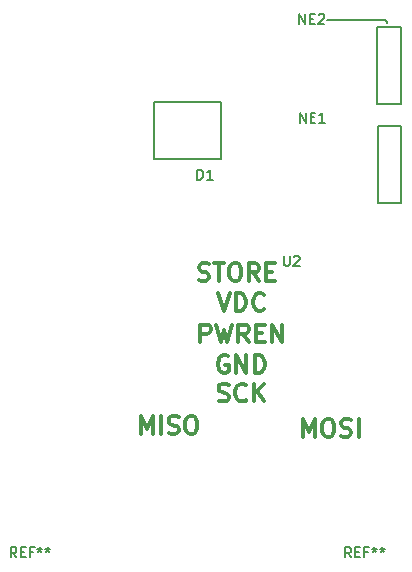
<source format=gto>
%TF.GenerationSoftware,KiCad,Pcbnew,4.0.7*%
%TF.CreationDate,2017-11-16T21:01:15+08:00*%
%TF.ProjectId,finalRoundNixie,66696E616C526F756E644E697869652E,rev?*%
%TF.FileFunction,Legend,Top*%
%FSLAX46Y46*%
G04 Gerber Fmt 4.6, Leading zero omitted, Abs format (unit mm)*
G04 Created by KiCad (PCBNEW 4.0.7) date 11/16/17 21:01:15*
%MOMM*%
%LPD*%
G01*
G04 APERTURE LIST*
%ADD10C,0.100000*%
%ADD11C,0.300000*%
%ADD12C,0.200000*%
%ADD13C,0.150000*%
%ADD14C,0.153000*%
G04 APERTURE END LIST*
D10*
D11*
X14142857Y-46628571D02*
X14142857Y-45128571D01*
X14642857Y-46200000D01*
X15142857Y-45128571D01*
X15142857Y-46628571D01*
X15857143Y-46628571D02*
X15857143Y-45128571D01*
X16500000Y-46557143D02*
X16714286Y-46628571D01*
X17071429Y-46628571D01*
X17214286Y-46557143D01*
X17285715Y-46485714D01*
X17357143Y-46342857D01*
X17357143Y-46200000D01*
X17285715Y-46057143D01*
X17214286Y-45985714D01*
X17071429Y-45914286D01*
X16785715Y-45842857D01*
X16642857Y-45771429D01*
X16571429Y-45700000D01*
X16500000Y-45557143D01*
X16500000Y-45414286D01*
X16571429Y-45271429D01*
X16642857Y-45200000D01*
X16785715Y-45128571D01*
X17142857Y-45128571D01*
X17357143Y-45200000D01*
X18285714Y-45128571D02*
X18571428Y-45128571D01*
X18714286Y-45200000D01*
X18857143Y-45342857D01*
X18928571Y-45628571D01*
X18928571Y-46128571D01*
X18857143Y-46414286D01*
X18714286Y-46557143D01*
X18571428Y-46628571D01*
X18285714Y-46628571D01*
X18142857Y-46557143D01*
X18000000Y-46414286D01*
X17928571Y-46128571D01*
X17928571Y-45628571D01*
X18000000Y-45342857D01*
X18142857Y-45200000D01*
X18285714Y-45128571D01*
X27872857Y-46868571D02*
X27872857Y-45368571D01*
X28372857Y-46440000D01*
X28872857Y-45368571D01*
X28872857Y-46868571D01*
X29872857Y-45368571D02*
X30158571Y-45368571D01*
X30301429Y-45440000D01*
X30444286Y-45582857D01*
X30515714Y-45868571D01*
X30515714Y-46368571D01*
X30444286Y-46654286D01*
X30301429Y-46797143D01*
X30158571Y-46868571D01*
X29872857Y-46868571D01*
X29730000Y-46797143D01*
X29587143Y-46654286D01*
X29515714Y-46368571D01*
X29515714Y-45868571D01*
X29587143Y-45582857D01*
X29730000Y-45440000D01*
X29872857Y-45368571D01*
X31087143Y-46797143D02*
X31301429Y-46868571D01*
X31658572Y-46868571D01*
X31801429Y-46797143D01*
X31872858Y-46725714D01*
X31944286Y-46582857D01*
X31944286Y-46440000D01*
X31872858Y-46297143D01*
X31801429Y-46225714D01*
X31658572Y-46154286D01*
X31372858Y-46082857D01*
X31230000Y-46011429D01*
X31158572Y-45940000D01*
X31087143Y-45797143D01*
X31087143Y-45654286D01*
X31158572Y-45511429D01*
X31230000Y-45440000D01*
X31372858Y-45368571D01*
X31730000Y-45368571D01*
X31944286Y-45440000D01*
X32587143Y-46868571D02*
X32587143Y-45368571D01*
X20731429Y-43807143D02*
X20945715Y-43878571D01*
X21302858Y-43878571D01*
X21445715Y-43807143D01*
X21517144Y-43735714D01*
X21588572Y-43592857D01*
X21588572Y-43450000D01*
X21517144Y-43307143D01*
X21445715Y-43235714D01*
X21302858Y-43164286D01*
X21017144Y-43092857D01*
X20874286Y-43021429D01*
X20802858Y-42950000D01*
X20731429Y-42807143D01*
X20731429Y-42664286D01*
X20802858Y-42521429D01*
X20874286Y-42450000D01*
X21017144Y-42378571D01*
X21374286Y-42378571D01*
X21588572Y-42450000D01*
X23088572Y-43735714D02*
X23017143Y-43807143D01*
X22802857Y-43878571D01*
X22660000Y-43878571D01*
X22445715Y-43807143D01*
X22302857Y-43664286D01*
X22231429Y-43521429D01*
X22160000Y-43235714D01*
X22160000Y-43021429D01*
X22231429Y-42735714D01*
X22302857Y-42592857D01*
X22445715Y-42450000D01*
X22660000Y-42378571D01*
X22802857Y-42378571D01*
X23017143Y-42450000D01*
X23088572Y-42521429D01*
X23731429Y-43878571D02*
X23731429Y-42378571D01*
X24588572Y-43878571D02*
X23945715Y-43021429D01*
X24588572Y-42378571D02*
X23731429Y-43235714D01*
X21517143Y-40040000D02*
X21374286Y-39968571D01*
X21160000Y-39968571D01*
X20945715Y-40040000D01*
X20802857Y-40182857D01*
X20731429Y-40325714D01*
X20660000Y-40611429D01*
X20660000Y-40825714D01*
X20731429Y-41111429D01*
X20802857Y-41254286D01*
X20945715Y-41397143D01*
X21160000Y-41468571D01*
X21302857Y-41468571D01*
X21517143Y-41397143D01*
X21588572Y-41325714D01*
X21588572Y-40825714D01*
X21302857Y-40825714D01*
X22231429Y-41468571D02*
X22231429Y-39968571D01*
X23088572Y-41468571D01*
X23088572Y-39968571D01*
X23802858Y-41468571D02*
X23802858Y-39968571D01*
X24160001Y-39968571D01*
X24374286Y-40040000D01*
X24517144Y-40182857D01*
X24588572Y-40325714D01*
X24660001Y-40611429D01*
X24660001Y-40825714D01*
X24588572Y-41111429D01*
X24517144Y-41254286D01*
X24374286Y-41397143D01*
X24160001Y-41468571D01*
X23802858Y-41468571D01*
X19195714Y-38868571D02*
X19195714Y-37368571D01*
X19767142Y-37368571D01*
X19910000Y-37440000D01*
X19981428Y-37511429D01*
X20052857Y-37654286D01*
X20052857Y-37868571D01*
X19981428Y-38011429D01*
X19910000Y-38082857D01*
X19767142Y-38154286D01*
X19195714Y-38154286D01*
X20552857Y-37368571D02*
X20910000Y-38868571D01*
X21195714Y-37797143D01*
X21481428Y-38868571D01*
X21838571Y-37368571D01*
X23267143Y-38868571D02*
X22767143Y-38154286D01*
X22410000Y-38868571D02*
X22410000Y-37368571D01*
X22981428Y-37368571D01*
X23124286Y-37440000D01*
X23195714Y-37511429D01*
X23267143Y-37654286D01*
X23267143Y-37868571D01*
X23195714Y-38011429D01*
X23124286Y-38082857D01*
X22981428Y-38154286D01*
X22410000Y-38154286D01*
X23910000Y-38082857D02*
X24410000Y-38082857D01*
X24624286Y-38868571D02*
X23910000Y-38868571D01*
X23910000Y-37368571D01*
X24624286Y-37368571D01*
X25267143Y-38868571D02*
X25267143Y-37368571D01*
X26124286Y-38868571D01*
X26124286Y-37368571D01*
X20710000Y-34718571D02*
X21210000Y-36218571D01*
X21710000Y-34718571D01*
X22210000Y-36218571D02*
X22210000Y-34718571D01*
X22567143Y-34718571D01*
X22781428Y-34790000D01*
X22924286Y-34932857D01*
X22995714Y-35075714D01*
X23067143Y-35361429D01*
X23067143Y-35575714D01*
X22995714Y-35861429D01*
X22924286Y-36004286D01*
X22781428Y-36147143D01*
X22567143Y-36218571D01*
X22210000Y-36218571D01*
X24567143Y-36075714D02*
X24495714Y-36147143D01*
X24281428Y-36218571D01*
X24138571Y-36218571D01*
X23924286Y-36147143D01*
X23781428Y-36004286D01*
X23710000Y-35861429D01*
X23638571Y-35575714D01*
X23638571Y-35361429D01*
X23710000Y-35075714D01*
X23781428Y-34932857D01*
X23924286Y-34790000D01*
X24138571Y-34718571D01*
X24281428Y-34718571D01*
X24495714Y-34790000D01*
X24567143Y-34861429D01*
X19065714Y-33597143D02*
X19280000Y-33668571D01*
X19637143Y-33668571D01*
X19780000Y-33597143D01*
X19851429Y-33525714D01*
X19922857Y-33382857D01*
X19922857Y-33240000D01*
X19851429Y-33097143D01*
X19780000Y-33025714D01*
X19637143Y-32954286D01*
X19351429Y-32882857D01*
X19208571Y-32811429D01*
X19137143Y-32740000D01*
X19065714Y-32597143D01*
X19065714Y-32454286D01*
X19137143Y-32311429D01*
X19208571Y-32240000D01*
X19351429Y-32168571D01*
X19708571Y-32168571D01*
X19922857Y-32240000D01*
X20351428Y-32168571D02*
X21208571Y-32168571D01*
X20780000Y-33668571D02*
X20780000Y-32168571D01*
X21994285Y-32168571D02*
X22279999Y-32168571D01*
X22422857Y-32240000D01*
X22565714Y-32382857D01*
X22637142Y-32668571D01*
X22637142Y-33168571D01*
X22565714Y-33454286D01*
X22422857Y-33597143D01*
X22279999Y-33668571D01*
X21994285Y-33668571D01*
X21851428Y-33597143D01*
X21708571Y-33454286D01*
X21637142Y-33168571D01*
X21637142Y-32668571D01*
X21708571Y-32382857D01*
X21851428Y-32240000D01*
X21994285Y-32168571D01*
X24137143Y-33668571D02*
X23637143Y-32954286D01*
X23280000Y-33668571D02*
X23280000Y-32168571D01*
X23851428Y-32168571D01*
X23994286Y-32240000D01*
X24065714Y-32311429D01*
X24137143Y-32454286D01*
X24137143Y-32668571D01*
X24065714Y-32811429D01*
X23994286Y-32882857D01*
X23851428Y-32954286D01*
X23280000Y-32954286D01*
X24780000Y-32882857D02*
X25280000Y-32882857D01*
X25494286Y-33668571D02*
X24780000Y-33668571D01*
X24780000Y-32168571D01*
X25494286Y-32168571D01*
D12*
X34930000Y-11600000D02*
X35010000Y-11840000D01*
X29880000Y-11600000D02*
X34930000Y-11600000D01*
D13*
X20900000Y-23350000D02*
X20800000Y-23350000D01*
X15250000Y-18500000D02*
X15250000Y-18600000D01*
X20900000Y-18500000D02*
X15250000Y-18500000D01*
X20900000Y-23350000D02*
X20900000Y-23350000D01*
X15250000Y-23350000D02*
X20806510Y-23350000D01*
X15250000Y-18600000D02*
X15250000Y-23350000D01*
X20900000Y-23350000D02*
X20900000Y-18500000D01*
X36200000Y-27050000D02*
X36200000Y-20550000D01*
X34200000Y-27050000D02*
X36200000Y-27050000D01*
X34200000Y-20550000D02*
X34200000Y-27050000D01*
X36200000Y-20550000D02*
X34200000Y-20550000D01*
X36150000Y-18700000D02*
X36150000Y-12200000D01*
X34150000Y-18700000D02*
X36150000Y-18700000D01*
X34150000Y-12200000D02*
X34150000Y-18700000D01*
X36150000Y-12200000D02*
X34150000Y-12200000D01*
D14*
X3616667Y-57084524D02*
X3333334Y-56679762D01*
X3130953Y-57084524D02*
X3130953Y-56234524D01*
X3454762Y-56234524D01*
X3535715Y-56275000D01*
X3576191Y-56315476D01*
X3616667Y-56396429D01*
X3616667Y-56517857D01*
X3576191Y-56598810D01*
X3535715Y-56639286D01*
X3454762Y-56679762D01*
X3130953Y-56679762D01*
X3980953Y-56639286D02*
X4264286Y-56639286D01*
X4385715Y-57084524D02*
X3980953Y-57084524D01*
X3980953Y-56234524D01*
X4385715Y-56234524D01*
X5033334Y-56639286D02*
X4750001Y-56639286D01*
X4750001Y-57084524D02*
X4750001Y-56234524D01*
X5154763Y-56234524D01*
X5600001Y-56234524D02*
X5600001Y-56436905D01*
X5397620Y-56355952D02*
X5600001Y-56436905D01*
X5802381Y-56355952D01*
X5478572Y-56598810D02*
X5600001Y-56436905D01*
X5721429Y-56598810D01*
X6247620Y-56234524D02*
X6247620Y-56436905D01*
X6045239Y-56355952D02*
X6247620Y-56436905D01*
X6450000Y-56355952D01*
X6126191Y-56598810D02*
X6247620Y-56436905D01*
X6369048Y-56598810D01*
X31946667Y-57084524D02*
X31663334Y-56679762D01*
X31460953Y-57084524D02*
X31460953Y-56234524D01*
X31784762Y-56234524D01*
X31865715Y-56275000D01*
X31906191Y-56315476D01*
X31946667Y-56396429D01*
X31946667Y-56517857D01*
X31906191Y-56598810D01*
X31865715Y-56639286D01*
X31784762Y-56679762D01*
X31460953Y-56679762D01*
X32310953Y-56639286D02*
X32594286Y-56639286D01*
X32715715Y-57084524D02*
X32310953Y-57084524D01*
X32310953Y-56234524D01*
X32715715Y-56234524D01*
X33363334Y-56639286D02*
X33080001Y-56639286D01*
X33080001Y-57084524D02*
X33080001Y-56234524D01*
X33484763Y-56234524D01*
X33930001Y-56234524D02*
X33930001Y-56436905D01*
X33727620Y-56355952D02*
X33930001Y-56436905D01*
X34132381Y-56355952D01*
X33808572Y-56598810D02*
X33930001Y-56436905D01*
X34051429Y-56598810D01*
X34577620Y-56234524D02*
X34577620Y-56436905D01*
X34375239Y-56355952D02*
X34577620Y-56436905D01*
X34780000Y-56355952D01*
X34456191Y-56598810D02*
X34577620Y-56436905D01*
X34699048Y-56598810D01*
X26252381Y-31534524D02*
X26252381Y-32222619D01*
X26292857Y-32303571D01*
X26333333Y-32344048D01*
X26414286Y-32384524D01*
X26576190Y-32384524D01*
X26657143Y-32344048D01*
X26697619Y-32303571D01*
X26738095Y-32222619D01*
X26738095Y-31534524D01*
X27102381Y-31615476D02*
X27142857Y-31575000D01*
X27223809Y-31534524D01*
X27426190Y-31534524D01*
X27507143Y-31575000D01*
X27547619Y-31615476D01*
X27588095Y-31696429D01*
X27588095Y-31777381D01*
X27547619Y-31898810D01*
X27061905Y-32384524D01*
X27588095Y-32384524D01*
X18942619Y-25094524D02*
X18942619Y-24244524D01*
X19145000Y-24244524D01*
X19266428Y-24285000D01*
X19347381Y-24365952D01*
X19387857Y-24446905D01*
X19428333Y-24608810D01*
X19428333Y-24730238D01*
X19387857Y-24892143D01*
X19347381Y-24973095D01*
X19266428Y-25054048D01*
X19145000Y-25094524D01*
X18942619Y-25094524D01*
X20237857Y-25094524D02*
X19752143Y-25094524D01*
X19995000Y-25094524D02*
X19995000Y-24244524D01*
X19914048Y-24365952D01*
X19833095Y-24446905D01*
X19752143Y-24487381D01*
X27627857Y-20264524D02*
X27627857Y-19414524D01*
X28113571Y-20264524D01*
X28113571Y-19414524D01*
X28518333Y-19819286D02*
X28801666Y-19819286D01*
X28923095Y-20264524D02*
X28518333Y-20264524D01*
X28518333Y-19414524D01*
X28923095Y-19414524D01*
X29732619Y-20264524D02*
X29246905Y-20264524D01*
X29489762Y-20264524D02*
X29489762Y-19414524D01*
X29408810Y-19535952D01*
X29327857Y-19616905D01*
X29246905Y-19657381D01*
X27577857Y-11914524D02*
X27577857Y-11064524D01*
X28063571Y-11914524D01*
X28063571Y-11064524D01*
X28468333Y-11469286D02*
X28751666Y-11469286D01*
X28873095Y-11914524D02*
X28468333Y-11914524D01*
X28468333Y-11064524D01*
X28873095Y-11064524D01*
X29196905Y-11145476D02*
X29237381Y-11105000D01*
X29318333Y-11064524D01*
X29520714Y-11064524D01*
X29601667Y-11105000D01*
X29642143Y-11145476D01*
X29682619Y-11226429D01*
X29682619Y-11307381D01*
X29642143Y-11428810D01*
X29156429Y-11914524D01*
X29682619Y-11914524D01*
M02*

</source>
